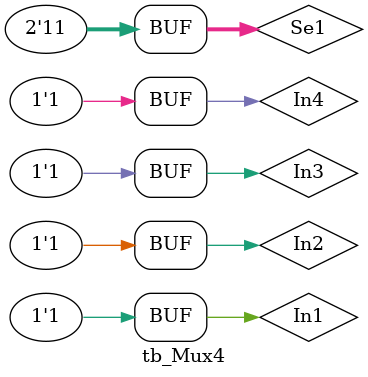
<source format=v>
`timescale 1ns / 1ps


module tb_Mux4;

	// Inputs
	reg [1:0] Se1;
	reg In1;
	reg In2;
	reg In3;
	reg In4;

	// Outputs
	wire Out;

	// Instantiate the Unit Under Test (UUT)
	Mux4 uut (
		.Se1(Se1), 
		.In1(In1), 
		.In2(In2), 
		.In3(In3), 
		.In4(In4), 
		.Out(Out)
	);

	initial begin
		Se1 = 2'b00;
		In1 = 0;In2 = 0;In3 = 0;In4 = 0;#100;
		In1 = 0;In2 = 0;In3 = 0;In4 = 1;#100;
		In1 = 0;In2 = 0;In3 = 1;In4 = 0;#100;
		In1 = 0;In2 = 0;In3 = 1;In4 = 1;#100;
		In1 = 0;In2 = 1;In3 = 0;In4 = 0;#100;
		In1 = 0;In2 = 1;In3 = 0;In4 = 1;#100;
		In1 = 0;In2 = 1;In3 = 1;In4 = 0;#100;
		In1 = 0;In2 = 1;In3 = 1;In4 = 1;#100;
		In1 = 1;In2 = 0;In3 = 0;In4 = 0;#100;
		In1 = 1;In2 = 0;In3 = 0;In4 = 1;#100;
		In1 = 1;In2 = 0;In3 = 1;In4 = 0;#100;
		In1 = 1;In2 = 0;In3 = 1;In4 = 1;#100;
		In1 = 1;In2 = 1;In3 = 0;In4 = 0;#100;
		In1 = 1;In2 = 1;In3 = 0;In4 = 1;#100;
		In1 = 1;In2 = 1;In3 = 1;In4 = 0;#100;
		In1 = 1;In2 = 1;In3 = 1;In4 = 1;#100;
		
		Se1 = 2'b01;
		In1 = 0;In2 = 0;In3 = 0;In4 = 0;#100;
		In1 = 0;In2 = 0;In3 = 0;In4 = 1;#100;
		In1 = 0;In2 = 0;In3 = 1;In4 = 0;#100;
		In1 = 0;In2 = 0;In3 = 1;In4 = 1;#100;
		In1 = 0;In2 = 1;In3 = 0;In4 = 0;#100;
		In1 = 0;In2 = 1;In3 = 0;In4 = 1;#100;
		In1 = 0;In2 = 1;In3 = 1;In4 = 0;#100;
		In1 = 0;In2 = 1;In3 = 1;In4 = 1;#100;
		In1 = 1;In2 = 0;In3 = 0;In4 = 0;#100;
		In1 = 1;In2 = 0;In3 = 0;In4 = 1;#100;
		In1 = 1;In2 = 0;In3 = 1;In4 = 0;#100;
		In1 = 1;In2 = 0;In3 = 1;In4 = 1;#100;
		In1 = 1;In2 = 1;In3 = 0;In4 = 0;#100;
		In1 = 1;In2 = 1;In3 = 0;In4 = 1;#100;
		In1 = 1;In2 = 1;In3 = 1;In4 = 0;#100;
		In1 = 1;In2 = 1;In3 = 1;In4 = 1;#100;
		
		Se1 = 2'b10;
		In1 = 0;In2 = 0;In3 = 0;In4 = 0;#100;
		In1 = 0;In2 = 0;In3 = 0;In4 = 1;#100;
		In1 = 0;In2 = 0;In3 = 1;In4 = 0;#100;
		In1 = 0;In2 = 0;In3 = 1;In4 = 1;#100;
		In1 = 0;In2 = 1;In3 = 0;In4 = 0;#100;
		In1 = 0;In2 = 1;In3 = 0;In4 = 1;#100;
		In1 = 0;In2 = 1;In3 = 1;In4 = 0;#100;
		In1 = 0;In2 = 1;In3 = 1;In4 = 1;#100;
		In1 = 1;In2 = 0;In3 = 0;In4 = 0;#100;
		In1 = 1;In2 = 0;In3 = 0;In4 = 1;#100;
		In1 = 1;In2 = 0;In3 = 1;In4 = 0;#100;
		In1 = 1;In2 = 0;In3 = 1;In4 = 1;#100;
		In1 = 1;In2 = 1;In3 = 0;In4 = 0;#100;
		In1 = 1;In2 = 1;In3 = 0;In4 = 1;#100;
		In1 = 1;In2 = 1;In3 = 1;In4 = 0;#100;
		In1 = 1;In2 = 1;In3 = 1;In4 = 1;#100;
		
		Se1 = 2'b11;
		In1 = 0;In2 = 0;In3 = 0;In4 = 0;#100;
		In1 = 0;In2 = 0;In3 = 0;In4 = 1;#100;
		In1 = 0;In2 = 0;In3 = 1;In4 = 0;#100;
		In1 = 0;In2 = 0;In3 = 1;In4 = 1;#100;
		In1 = 0;In2 = 1;In3 = 0;In4 = 0;#100;
		In1 = 0;In2 = 1;In3 = 0;In4 = 1;#100;
		In1 = 0;In2 = 1;In3 = 1;In4 = 0;#100;
		In1 = 0;In2 = 1;In3 = 1;In4 = 1;#100;
		In1 = 1;In2 = 0;In3 = 0;In4 = 0;#100;
		In1 = 1;In2 = 0;In3 = 0;In4 = 1;#100;
		In1 = 1;In2 = 0;In3 = 1;In4 = 0;#100;
		In1 = 1;In2 = 0;In3 = 1;In4 = 1;#100;
		In1 = 1;In2 = 1;In3 = 0;In4 = 0;#100;
		In1 = 1;In2 = 1;In3 = 0;In4 = 1;#100;
		In1 = 1;In2 = 1;In3 = 1;In4 = 0;#100;
		In1 = 1;In2 = 1;In3 = 1;In4 = 1;#100;
	end
      
endmodule


</source>
